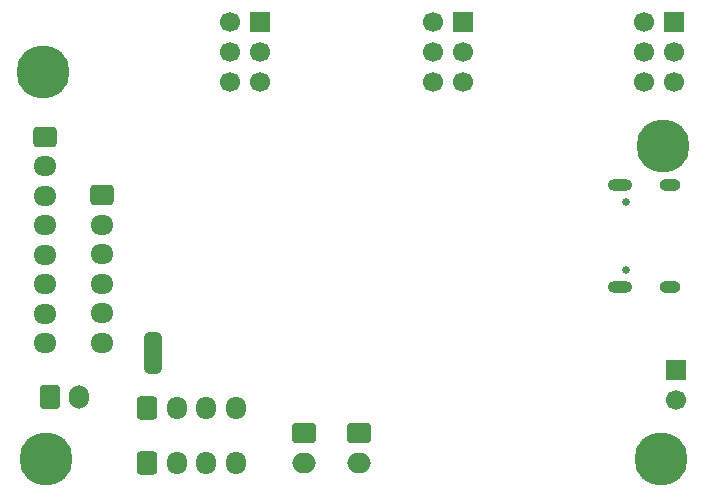
<source format=gbr>
%TF.GenerationSoftware,KiCad,Pcbnew,9.0.3*%
%TF.CreationDate,2025-08-23T19:54:00-03:00*%
%TF.ProjectId,TorqController,546f7271-436f-46e7-9472-6f6c6c65722e,rev?*%
%TF.SameCoordinates,Original*%
%TF.FileFunction,Soldermask,Bot*%
%TF.FilePolarity,Negative*%
%FSLAX46Y46*%
G04 Gerber Fmt 4.6, Leading zero omitted, Abs format (unit mm)*
G04 Created by KiCad (PCBNEW 9.0.3) date 2025-08-23 19:54:00*
%MOMM*%
%LPD*%
G01*
G04 APERTURE LIST*
G04 Aperture macros list*
%AMRoundRect*
0 Rectangle with rounded corners*
0 $1 Rounding radius*
0 $2 $3 $4 $5 $6 $7 $8 $9 X,Y pos of 4 corners*
0 Add a 4 corners polygon primitive as box body*
4,1,4,$2,$3,$4,$5,$6,$7,$8,$9,$2,$3,0*
0 Add four circle primitives for the rounded corners*
1,1,$1+$1,$2,$3*
1,1,$1+$1,$4,$5*
1,1,$1+$1,$6,$7*
1,1,$1+$1,$8,$9*
0 Add four rect primitives between the rounded corners*
20,1,$1+$1,$2,$3,$4,$5,0*
20,1,$1+$1,$4,$5,$6,$7,0*
20,1,$1+$1,$6,$7,$8,$9,0*
20,1,$1+$1,$8,$9,$2,$3,0*%
%AMFreePoly0*
4,1,23,0.550000,-0.750000,0.000000,-0.750000,0.000000,-0.745722,-0.065263,-0.745722,-0.191342,-0.711940,-0.304381,-0.646677,-0.396677,-0.554381,-0.461940,-0.441342,-0.495722,-0.315263,-0.495722,-0.250000,-0.500000,-0.250000,-0.500000,0.250000,-0.495722,0.250000,-0.495722,0.315263,-0.461940,0.441342,-0.396677,0.554381,-0.304381,0.646677,-0.191342,0.711940,-0.065263,0.745722,0.000000,0.745722,
0.000000,0.750000,0.550000,0.750000,0.550000,-0.750000,0.550000,-0.750000,$1*%
%AMFreePoly1*
4,1,23,0.000000,0.745722,0.065263,0.745722,0.191342,0.711940,0.304381,0.646677,0.396677,0.554381,0.461940,0.441342,0.495722,0.315263,0.495722,0.250000,0.500000,0.250000,0.500000,-0.250000,0.495722,-0.250000,0.495722,-0.315263,0.461940,-0.441342,0.396677,-0.554381,0.304381,-0.646677,0.191342,-0.711940,0.065263,-0.745722,0.000000,-0.745722,0.000000,-0.750000,-0.550000,-0.750000,
-0.550000,0.750000,0.000000,0.750000,0.000000,0.745722,0.000000,0.745722,$1*%
G04 Aperture macros list end*
%ADD10C,0.000000*%
%ADD11C,4.500000*%
%ADD12RoundRect,0.250000X-0.750000X0.600000X-0.750000X-0.600000X0.750000X-0.600000X0.750000X0.600000X0*%
%ADD13O,2.000000X1.700000*%
%ADD14RoundRect,0.250000X-0.600000X-0.725000X0.600000X-0.725000X0.600000X0.725000X-0.600000X0.725000X0*%
%ADD15O,1.700000X1.950000*%
%ADD16RoundRect,0.250000X-0.725000X0.600000X-0.725000X-0.600000X0.725000X-0.600000X0.725000X0.600000X0*%
%ADD17O,1.950000X1.700000*%
%ADD18RoundRect,0.250000X-0.600000X-0.750000X0.600000X-0.750000X0.600000X0.750000X-0.600000X0.750000X0*%
%ADD19O,1.700000X2.000000*%
%ADD20C,0.650000*%
%ADD21O,2.100000X1.000000*%
%ADD22O,1.800000X1.000000*%
%ADD23R,1.700000X1.700000*%
%ADD24C,1.700000*%
%ADD25FreePoly0,270.000000*%
%ADD26R,1.500000X1.000000*%
%ADD27FreePoly1,270.000000*%
G04 APERTURE END LIST*
D10*
%TO.C,S. Voltage*%
G36*
X150300000Y-100800000D02*
G01*
X148800000Y-100800000D01*
X148800000Y-99300000D01*
X150300000Y-99300000D01*
X150300000Y-100800000D01*
G37*
%TD*%
D11*
%TO.C,*%
X192500000Y-109000000D03*
%TD*%
%TO.C,*%
X192750000Y-82500000D03*
%TD*%
%TO.C,H4*%
X140500000Y-109000000D03*
%TD*%
D12*
%TO.C,J10*%
X162300000Y-106850000D03*
D13*
X162300000Y-109350000D03*
%TD*%
D12*
%TO.C,J9*%
X167000000Y-106850000D03*
D13*
X167000000Y-109350000D03*
%TD*%
D14*
%TO.C,J3*%
X149050000Y-109350000D03*
D15*
X151550000Y-109350000D03*
X154050000Y-109350000D03*
X156550000Y-109350000D03*
%TD*%
D16*
%TO.C,J4*%
X140400000Y-81750000D03*
D17*
X140400000Y-84250000D03*
X140400000Y-86750000D03*
X140400000Y-89250000D03*
X140400000Y-91750000D03*
X140400000Y-94250000D03*
X140400000Y-96750000D03*
X140400000Y-99250000D03*
%TD*%
D11*
%TO.C,*%
X192750000Y-82500000D03*
%TD*%
D16*
%TO.C,J5*%
X145250000Y-86700000D03*
D17*
X145250000Y-89200000D03*
X145250000Y-91700000D03*
X145250000Y-94200000D03*
X145250000Y-96700000D03*
X145250000Y-99200000D03*
%TD*%
D18*
%TO.C,J1*%
X140800000Y-103750000D03*
D19*
X143300000Y-103750000D03*
%TD*%
D11*
%TO.C,H2*%
X140250000Y-76250000D03*
%TD*%
D14*
%TO.C,J2*%
X149050000Y-104700000D03*
D15*
X151550000Y-104700000D03*
X154050000Y-104700000D03*
X156550000Y-104700000D03*
%TD*%
D20*
%TO.C,P1*%
X189595000Y-93040000D03*
X189595000Y-87260000D03*
D21*
X189075000Y-94470000D03*
D22*
X193275000Y-94470000D03*
D21*
X189075000Y-85830000D03*
D22*
X193275000Y-85830000D03*
%TD*%
D23*
%TO.C,J12*%
X158550000Y-72000000D03*
D24*
X156010000Y-72000000D03*
X158550000Y-74540000D03*
X156010000Y-74540000D03*
X158550000Y-77080000D03*
X156010000Y-77080000D03*
%TD*%
D23*
%TO.C,J8*%
X193800000Y-101460000D03*
D24*
X193800000Y-104000000D03*
%TD*%
D23*
%TO.C,J7*%
X175775000Y-72040000D03*
D24*
X173235000Y-72040000D03*
X175775000Y-74580000D03*
X173235000Y-74580000D03*
X175775000Y-77120000D03*
X173235000Y-77120000D03*
%TD*%
D23*
%TO.C,J6*%
X193610000Y-72000000D03*
D24*
X191070000Y-72000000D03*
X193610000Y-74540000D03*
X191070000Y-74540000D03*
X193610000Y-77080000D03*
X191070000Y-77080000D03*
%TD*%
D25*
%TO.C,S. Voltage*%
X149550000Y-98750000D03*
D26*
X149550000Y-100050000D03*
D27*
X149550000Y-101350000D03*
%TD*%
M02*

</source>
